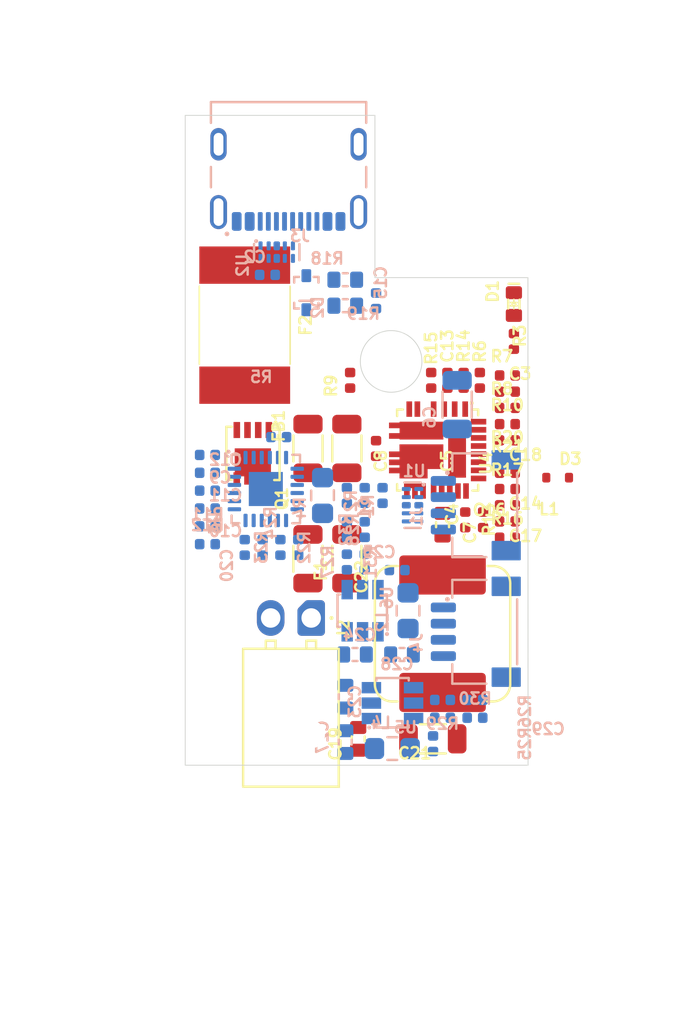
<source format=kicad_pcb>
(kicad_pcb (version 20221018) (generator pcbnew)
  (title_block (title "USB-C-power-adapter") (date "25.03.2024") (rev "1.0.0") (company "Antmicro"))
  (layers (0 "F.Cu" signal) (31 "B.Cu" signal) (34 "B.Paste" user) (35 "F.Paste" user) (36 "B.SilkS" user "B.Silkscreen") (37 "F.SilkS" user "F.Silkscreen") (38 "B.Mask" user) (39 "F.Mask" user) (44 "Edge.Cuts" user))
  (net 0 "")
  (net 1 "+3V3")
  (net 2 "GND")
  (net 3 "VCC")
  (net 4 "/VDD_12V_DCDC")
  (net 5 "/VDRV_12V_DCDC")
  (net 6 "/12V_SS")
  (net 7 "Net-(U4-V_{CIN})")
  (net 8 "/12V_SNS")
  (net 9 "Net-(C13-Pad1)")
  (net 10 "12V0")
  (net 11 "+12V")
  (net 12 "Net-(U3-VREG_2V7)")
  (net 13 "Net-(U3-VREG_1V2)")
  (net 14 "VBUS")
  (net 15 "Net-(U3-VSYS)")
  (net 16 "Net-(U4-BOOT)")
  (net 17 "/USB.CC1")
  (net 18 "/USB.CC2")
  (net 19 "/I2C.SDA")
  (net 20 "/I2C.SCL")
  (net 21 "Net-(Q1-G)")
  (net 22 "/12V_MODE")
  (net 23 "/12V_ILIM")
  (net 24 "/12V_FSW")
  (net 25 "PWR_GOOD")
  (net 26 "Net-(L1-Pad1)")
  (net 27 "Net-(U3-DISCH)")
  (net 28 "Net-(U3-RESET)")
  (net 29 "/VBUS_EN")
  (net 30 "/VBUS_DISCH")
  (net 31 "Net-(U1-Pad3)")
  (net 40 "Net-(U4-V_{SNS})")
  (net 41 "Net-(C15-Pad2)")
  (net 42 "Net-(C16-Pad1)")
  (net 43 "Net-(C20-Pad1)")
  (net 44 "Net-(U6-BST)")
  (net 45 "Net-(U6-SW)")
  (net 46 "5V0")
  (net 47 "3V3")
  (net 48 "Net-(U5-SW)")
  (net 49 "Net-(U5-BST)")
  (net 50 "Net-(D1-Pad1)")
  (net 51 "Net-(F1-Pad2)")
  (net 52 "Net-(F2-Pad1)")
  (net 53 "/Connectors/I2C.SDA")
  (net 54 "/Connectors/I2C.SCL")
  (net 55 "/Connectors/USB.CC1")
  (net 59 "/Connectors/USB.CC2")
  (net 63 "Net-(U4-EN)")
  (net 64 "Net-(R15-Pad2)")
  (net 65 "Net-(U4-COMP)")
  (net 66 "Net-(U4-V_{FB})")
  (net 67 "Net-(U5-FB)")
  (net 68 "Net-(U6-FB)")
  (net 69 "Net-(U5-EN)")
  (net 70 "Net-(U6-EN)")
  (footprint "antmicro-footprints:R_0402_1005Metric" (layer "F.Cu") (at 101.4 77.1)
    (fp_text reference "R7" (at -1.122484 -0.772697) (layer "F.SilkS") (effects (font (size 0.7 0.7)) (justify left bottom)))
    (fp_text value "R_0R_0402")
    (pad "1" smd roundrect (at -0.48 0) (size 0.59 0.64) (layers "F.Cu" "F.Paste" "F.Mask") (net 4 "/VDD_12V_DCDC"))
    (pad "2" smd roundrect (at 0.48 0) (size 0.59 0.64) (layers "F.Cu" "F.Paste" "F.Mask") (net 23 "/12V_ILIM"))
  )
  (footprint "antmicro-footprints:2920-fuse" (layer "F.Cu") (at 85.2 74 -90)
    (fp_text reference "F2" (at 0 -3.75 90) (layer "F.SilkS") (effects (font (size 0.7 0.7))))
    (fp_text value "F_5A_2920")
    (pad "1" smd rect (at -3.7 0 270) (size 2.3 5.6) (layers "F.Cu" "F.Paste" "F.Mask") (net 52 "Net-(F2-Pad1)"))
    (pad "2" smd rect (at 3.7 0 270) (size 2.3 5.6) (layers "F.Cu" "F.Paste" "F.Mask") (net 14 "VBUS"))
  )
  (footprint "antmicro-footprints:C_1206_3216Metric" (layer "F.Cu") (at 91.5 88.4 -90)
    (fp_text reference "C22" (at 0 -1.299 90) (layer "F.SilkS") (effects (font (size 0.7 0.7)) (justify right bottom)))
    (fp_text value "C_47u_16V_1206")
    (pad "1" smd roundrect (at -1.5 0.001 270) (size 1.15 1.8) (layers "F.Cu" "F.Paste" "F.Mask") (net 2 "GND"))
    (pad "2" smd roundrect (at 1.5 0.001 270) (size 1.15 1.8) (layers "F.Cu" "F.Paste" "F.Mask") (net 10 "12V0"))
  )
  (footprint "antmicro-footprints:R_0402_1005Metric" (layer "F.Cu") (at 96.7 77.4 -90)
    (fp_text reference "R15" (at -3.1 -0.4 90) (layer "F.SilkS") (effects (font (size 0.7 0.7)) (justify right bottom)))
    (fp_text value "R_3R3_0402")
    (pad "1" smd roundrect (at -0.48 0 270) (size 0.59 0.64) (layers "F.Cu" "F.Paste" "F.Mask") (net 9 "Net-(C13-Pad1)"))
    (pad "2" smd roundrect (at 0.48 0 270) (size 0.59 0.64) (layers "F.Cu" "F.Paste" "F.Mask") (net 64 "Net-(R15-Pad2)"))
  )
  (footprint "antmicro-footprints:C_1206_3216Metric" (layer "F.Cu") (at 96.8 99.5 180)
    (fp_text reference "C21" (at 0 -1.299) (layer "F.SilkS") (effects (font (size 0.7 0.7)) (justify right bottom)))
    (fp_text value "C_47u_16V_1206")
    (pad "1" smd roundrect (at -1.5 0.001 180) (size 1.15 1.8) (layers "F.Cu" "F.Paste" "F.Mask") (net 2 "GND"))
    (pad "2" smd roundrect (at 1.5 0.001 180) (size 1.15 1.8) (layers "F.Cu" "F.Paste" "F.Mask") (net 10 "12V0"))
  )
  (footprint "antmicro-footprints:C_1206_3216Metric" (layer "F.Cu") (at 91.5 81.6 -90)
    (fp_text reference "C5" (at 0 -6.596 90) (layer "F.SilkS") (effects (font (size 0.7 0.7)) (justify right bottom)))
    (fp_text value "C_10u_1206_50V")
    (pad "1" smd roundrect (at -1.5 0.001 270) (size 1.15 1.8) (layers "F.Cu" "F.Paste" "F.Mask") (net 7 "Net-(U4-V_{CIN})"))
    (pad "2" smd roundrect (at 1.5 0.001 270) (size 1.15 1.8) (layers "F.Cu" "F.Paste" "F.Mask") (net 2 "GND"))
  )
  (footprint "antmicro-footprints:C_0402_1005Metric" (layer "F.Cu") (at 97.7 77.4 -90)
    (fp_text reference "C13" (at -1 -0.4 -90) (layer "F.SilkS") (effects (font (size 0.7 0.7)) (justify left bottom)))
    (fp_text value "C_100n_0402")
    (pad "1" smd roundrect (at -0.48 0 270) (size 0.59 0.64) (layers "F.Cu" "F.Paste" "F.Mask") (net 9 "Net-(C13-Pad1)"))
    (pad "2" smd roundrect (at 0.48 0 270) (size 0.59 0.64) (layers "F.Cu" "F.Paste" "F.Mask") (net 16 "Net-(U4-BOOT)"))
  )
  (footprint "antmicro-footprints:R_0402_1005Metric" (layer "F.Cu") (at 99.9 86 -90)
    (fp_text reference "R13" (at -1.122484 -0.772697 90) (layer "F.SilkS") (effects (font (size 0.7 0.7)) (justify right bottom)))
    (fp_text value "R_0R_0402")
    (pad "1" smd roundrect (at -0.48 0 270) (size 0.59 0.64) (layers "F.Cu" "F.Paste" "F.Mask") (net 40 "Net-(U4-V_{SNS})"))
    (pad "2" smd roundrect (at 0.48 0 270) (size 0.59 0.64) (layers "F.Cu" "F.Paste" "F.Mask") (net 10 "12V0"))
  )
  (footprint "antmicro-footprints:C_0402_1005Metric" (layer "F.Cu") (at 101.4 85.1 180)
    (fp_text reference "C16" (at 0 -0.699) (layer "F.SilkS") (effects (font (size 0.7 0.7)) (justify right bottom)))
    (fp_text value "C_270p_25V_0402")
    (pad "1" smd roundrect (at -0.48 0 180) (size 0.59 0.64) (layers "F.Cu" "F.Paste" "F.Mask") (net 42 "Net-(C16-Pad1)"))
    (pad "2" smd roundrect (at 0.48 0 180) (size 0.59 0.64) (layers "F.Cu" "F.Paste" "F.Mask") (net 2 "GND"))
  )
  (footprint "antmicro-footprints:LED_0603_1608Metric_G" (layer "F.Cu") (at 101.8 72.7 90)
    (fp_text reference "D1" (at -0.001 -0.901 90) (layer "F.SilkS") (effects (font (size 0.7 0.7)) (justify left bottom)))
    (fp_text value "LED_G_0603_LG_L29K-G2J1-24-Z")
    (pad "1" smd roundrect (at -0.7 0 90) (size 0.8 1) (layers "F.Cu" "F.Paste" "F.Mask") (roundrect_rratio 0.2) (net 50 "Net-(D1-Pad1)"))
    (pad "2" smd roundrect (at 0.7 0 90) (size 0.8 1) (layers "F.Cu" "F.Paste" "F.Mask") (roundrect_rratio 0.2) (net 2 "GND"))
  )
  (footprint "antmicro-footprints:C_0402_1005Metric" (layer "F.Cu") (at 98.8 86 -90)
    (fp_text reference "C7" (at 0 -0.699 90) (layer "F.SilkS") (effects (font (size 0.7 0.7)) (justify right bottom)))
    (fp_text value "C_33n_0402")
    (pad "1" smd roundrect (at -0.48 0 270) (size 0.59 0.64) (layers "F.Cu" "F.Paste" "F.Mask") (net 6 "/12V_SS"))
    (pad "2" smd roundrect (at 0.48 0 270) (size 0.59 0.64) (layers "F.Cu" "F.Paste" "F.Mask") (net 2 "GND"))
  )
  (footprint "antmicro-footprints:Vishay_PowerPAK_1212-8_Single" (layer "F.Cu") (at 85.7 81.9 -90)
    (fp_text reference "Q1" (at 2 -2.2 90) (layer "F.SilkS") (effects (font (size 0.7 0.7)) (justify right bottom)))
    (fp_text value "SQS401EN-T1_BE3")
    (pad "1" smd rect (at -1.436 -0.99 270) (size 0.99 0.405) (layers "F.Cu" "F.Paste" "F.Mask") (net 14 "VBUS"))
    (pad "2" smd rect (at -1.436 -0.332 270) (size 0.99 0.405) (layers "F.Cu" "F.Paste" "F.Mask") (net 14 "VBUS"))
    (pad "3" smd rect (at -1.436 0.33 270) (size 0.99 0.405) (layers "F.Cu" "F.Paste" "F.Mask") (net 14 "VBUS"))
    (pad "4" smd rect (at -1.436 0.988 270) (size 0.99 0.405) (layers "F.Cu" "F.Paste" "F.Mask") (net 21 "Net-(Q1-G)"))
    (pad "5" smd custom (at 0.557 0 270) (size 1.725 2.235) (layers "F.Cu" "F.Paste" "F.Mask") (net 3 "VCC") (options (clearance outline) (anchor rect)) (primitives (gr_poly (pts (xy 0.8625 0.1275) (xy 0.8625 -0.1275) (xy 1.3725 -0.1275) (xy 1.3725 -0.5325) (xy 0.8625 -0.5325) (xy 0.8625 -0.7875) (xy 1.3725 -0.7875) (xy 1.3725 -1.195) (xy 0.6125 -1.195) (xy 0.6125 1.195) (xy 1.3725 1.195) (xy 1.3725 0.7875) (xy 0.8625 0.7875) (xy 0.8625 0.5325) (xy 1.3725 0.5325) (xy 1.3725 0.1275)) (width 0) (fill yes))))
  )
  (footprint "antmicro-footprints:R_0402_1005Metric" (layer "F.Cu") (at 101.4 80.1)
    (fp_text reference "R10" (at -1.122484 -0.772697) (layer "F.SilkS") (effects (font (size 0.7 0.7)) (justify left bottom)))
    (fp_text value "R_26k7_0402")
    (pad "1" smd roundrect (at -0.48 0) (size 0.59 0.64) (layers "F.Cu" "F.Paste" "F.Mask") (net 24 "/12V_FSW"))
    (pad "2" smd roundrect (at 0.48 0) (size 0.59 0.64) (layers "F.Cu" "F.Paste" "F.Mask") (net 2 "GND"))
  )
  (footprint "antmicro-footprints:C_0402_1005Metric" (layer "F.Cu") (at 93.3 81.6 -90)
    (fp_text reference "C8" (at 0 -0.699 90) (layer "F.SilkS") (effects (font (size 0.7 0.7)) (justify right bottom)))
    (fp_text value "C_100n_50V_0402")
    (pad "1" smd roundrect (at -0.48 0 270) (size 0.59 0.64) (layers "F.Cu" "F.Paste" "F.Mask") (net 7 "Net-(U4-V_{CIN})"))
    (pad "2" smd roundrect (at 0.48 0 270) (size 0.59 0.64) (layers "F.Cu" "F.Paste" "F.Mask") (net 2 "GND"))
  )
  (footprint "antmicro-footprints:R_0402_1005Metric" (layer "F.Cu") (at 99.7 77.4 90)
    (fp_text reference "R6" (at 1 0.4 90) (layer "F.SilkS") (effects (font (size 0.7 0.7)) (justify left bottom)))
    (fp_text value "R_2k_0402")
    (pad "1" smd roundrect (at -0.48 0 90) (size 0.59 0.64) (layers "F.Cu" "F.Paste" "F.Mask") (net 22 "/12V_MODE"))
    (pad "2" smd roundrect (at 0.48 0 90) (size 0.59 0.64) (layers "F.Cu" "F.Paste" "F.Mask") (net 2 "GND"))
  )
  (footprint "antmicro-footprints:F_1206_3216Metric" (layer "F.Cu") (at 89.1 88.4 -90)
    (fp_text reference "F1" (at 0 -1.2 90) (layer "F.SilkS") (effects (font (size 0.7 0.7)) (justify right bottom)))
    (fp_text value "F_7A_1206")
    (pad "1" smd roundrect (at -1.5 0.001 270) (size 1.15 1.8) (layers "F.Cu" "F.Paste" "F.Mask") (net 11 "+12V"))
    (pad "2" smd roundrect (at 1.5 0.001 270) (size 1.15 1.8) (layers "F.Cu" "F.Paste" "F.Mask") (net 51 "Net-(F1-Pad2)"))
  )
  (footprint "antmicro-footprints:R_0402_1005Metric" (layer "F.Cu") (at 98.7 77.4 90)
    (fp_text reference "R14" (at 1 0.4 90) (layer "F.SilkS") (effects (font (size 0.7 0.7)) (justify left bottom)))
    (fp_text value "R_100k_0402")
    (pad "1" smd roundrect (at -0.48 0 90) (size 0.59 0.64) (layers "F.Cu" "F.Paste" "F.Mask") (net 25 "PWR_GOOD"))
    (pad "2" smd roundrect (at 0.48 0 90) (size 0.59 0.64) (layers "F.Cu" "F.Paste" "F.Mask") (net 4 "/VDD_12V_DCDC"))
  )
  (footprint "antmicro-footprints:FB_1206_3216Metric" (layer "F.Cu") (at 89.1 81.6 90)
    (fp_text reference "FB1" (at 0.3 -1.4 90) (layer "F.SilkS") (effects (font (size 0.7 0.7)) (justify left bottom)))
    (fp_text value "FB_10Z_10A_WE-MPSB_1206")
    (pad "1" smd roundrect (at -1.5 0.001 90) (size 1.15 1.8) (layers "F.Cu" "F.Paste" "F.Mask") (net 3 "VCC"))
    (pad "2" smd roundrect (at 1.5 0.001 90) (size 1.15 1.8) (layers "F.Cu" "F.Paste" "F.Mask") (net 7 "Net-(U4-V_{CIN})"))
  )
  (footprint "antmicro-footprints:C_0402_1005Metric" (layer "F.Cu") (at 101.4 86.1)
    (fp_text reference "C14" (at 0 -0.699) (layer "F.SilkS") (effects (font (size 0.7 0.7)) (justify left bottom)))
    (fp_text value "C_1n2_50V_0402")
    (pad "1" smd roundrect (at -0.48 0) (size 0.59 0.64) (layers "F.Cu" "F.Paste" "F.Mask") (net 40 "Net-(U4-V_{SNS})"))
    (pad "2" smd roundrect (at 0.48 0) (size 0.59 0.64) (layers "F.Cu" "F.Paste" "F.Mask") (net 8 "/12V_SNS"))
  )
  (footprint "antmicro-footprints:C_0402_1005Metric" (layer "F.Cu") (at 101.4 83.1)
    (fp_text reference "C18" (at 0 -0.699) (layer "F.SilkS") (effects (font (size 0.7 0.7)) (justify left bottom)))
    (fp_text value "C_100n_0402")
    (pad "1" smd roundrect (at -0.48 0) (size 0.59 0.64) (layers "F.Cu" "F.Paste" "F.Mask") (net 10 "12V0"))
    (pad "2" smd roundrect (at 0.48 0) (size 0.59 0.64) (layers "F.Cu" "F.Paste" "F.Mask") (net 2 "GND"))
  )
  (footprint "antmicro-footprints:SOD-523_NP" (layer "F.Cu") (at 104.5 83.4)
    (fp_text reference "D3" (at 0 -0.75) (layer "F.SilkS") (effects (font (size 0.7 0.7)) (justify left bottom)))
    (fp_text value "ESD5B5_0ST1G")
    (pad "1" smd roundrect (at -0.701 0) (size 0.5 0.6) (layers "F.Cu" "F.Paste" "F.Mask") (net 2 "GND"))
    (pad "2" smd roundrect (at 0.699 0) (size 0.5 0.6) (layers "F.Cu" "F.Paste" "F.Mask") (net 10 "12V0"))
  )
  (footprint "antmicro-footprints:R_0402_1005Metric" (layer "F.Cu") (at 91.7 77.4 90)
    (fp_text reference "R9" (at -1.122484 -0.772697 90) (layer "F.SilkS") (effects (font (size 0.7 0.7)) (justify left bottom)))
    (fp_text value "R_100k_0402")
    (pad "1" smd roundrect (at -0.48 0 90) (size 0.59 0.64) (layers "F.Cu" "F.Paste" "F.Mask") (net 63 "Net-(U4-EN)"))
    (pad "2" smd roundrect (at 0.48 0 90) (size 0.59 0.64) (layers "F.Cu" "F.Paste" "F.Mask") (net 7 "Net-(U4-V_{CIN})"))
  )
  (footprint "antmicro-footprints:R_0402_1005Metric" (layer "F.Cu") (at 101.8 75 -90)
    (fp_text reference "R3" (at -1.122484 -0.772697 90) (layer "F.SilkS") (effects (font (size 0.7 0.7)) (justify right bottom)))
    (fp_text value "R_2k2_0402")
    (pad "1" smd roundrect (at -0.48 0 270) (size 0.59 0.64) (layers "F.Cu" "F.Paste" "F.Mask") (net 50 "Net-(D1-Pad1)"))
    (pad "2" smd roundrect (at 0.48 0 270) (size 0.59 0.64) (layers "F.Cu" "F.Paste" "F.Mask") (net 11 "+12V"))
  )
  (footprint "antmicro-footprints:C_0402_1005Metric" (layer "F.Cu") (at 101.4 88.1)
    (fp_text reference "C17" (at 0 -0.699) (layer "F.SilkS") (effects (font (size 0.7 0.7)) (justify left bottom)))
    (fp_text value "C_1n2_50V_0402")
    (pad "1" smd roundrect (at -0.48 0) (size 0.59 0.64) (layers "F.Cu" "F.Paste" "F.Mask") (net 8 "/12V_SNS"))
    (pad "2" smd roundrect (at 0.48 0) (size 0.59 0.64) (layers "F.Cu" "F.Paste" "F.Mask") (net 10 "12V0"))
  )
  (footprint "antmicro-footprints:SIC47XED-T1-GE3" (layer "F.Cu") (at 97.097 81.7 -90)
    (fp_text reference "U4" (at 0 -3.4 90) (layer "F.SilkS") (effects (font (size 0.7 0.7)) (justify right bottom)))
    (fp_text value "SIC477ED-T1-GE3")
    (pad "1" smd rect (at -2.525 -1.7 270) (size 0.95 0.35) (layers "F.Cu" "F.Paste" "F.Mask") (net 7 "Net-(U4-V_{CIN})"))
    (pad "2" smd rect (at -2.525 -1.051 270) (size 0.95 0.35) (layers "F.Cu" "F.Paste" "F.Mask") (net 25 "PWR_GOOD"))
    (pad "3" smd rect (at -2.525 -0.403 270) (size 0.95 0.35) (layers "F.Cu" "F.Paste" "F.Mask") (net 63 "Net-(U4-EN)"))
    (pad "4" smd rect (at -2.525 0.247 270) (size 0.95 0.35) (layers "F.Cu" "F.Paste" "F.Mask") (net 16 "Net-(U4-BOOT)"))
    (pad "5" smd rect (at -2.525 1.249 270) (size 0.95 0.35) (layers "F.Cu" "F.Paste" "F.Mask") (net 64 "Net-(R15-Pad2)"))
    (pad "6" smd rect (at -2.525 1.749 270) (size 0.95 0.35) (layers "F.Cu" "F.Paste" "F.Mask") (net 64 "Net-(R15-Pad2)"))
    (pad "7" smd rect (at -1.52 2.523 270) (size 0.35 0.95) (layers "F.Cu" "F.Paste" "F.Mask") (net 7 "Net-(U4-V_{CIN})"))
    (pad "7" smd rect (at -1.2 0.997 270) (size 1.1 2.7) (layers "F.Cu" "F.Mask") (net 7 "Net-(U4-V_{CIN})"))
    (pad "8" smd rect (at -0.87 2.523 270) (size 0.35 0.95) (layers "F.Cu" "F.Paste" "F.Mask") (net 7 "Net-(U4-V_{CIN})"))
    (pad "9" smd rect (at 0.26 2.523 270) (size 0.35 0.95) (layers "F.Cu" "F.Paste" "F.Mask") (net 2 "GND"))
    (pad "9" smd rect (at 0.409 0.997 270) (size 1.52 2.7) (layers "F.Cu" "F.Mask") (net 2 "GND"))
    (pad "9" smd rect (at 0.699 1.485 270) (size 2.1 1.73) (layers "F.Cu" "F.Mask") (net 2 "GND"))
    (pad "10" smd rect (at 0.757 2.523 270) (size 0.35 0.95) (layers "F.Cu" "F.Paste" "F.Mask") (net 2 "GND"))
    (pad "11" smd rect (at 1.259 2.523 270) (size 0.35 0.95) (layers "F.Cu" "F.Paste" "F.Mask") (net 2 "GND"))
    (pad "12" smd rect (at 2.523 1.898 270) (size 0.95 0.35) (layers "F.Cu" "F.Paste" "F.Mask") (net 26 "Net-(L1-Pad1)"))
    (pad "13" smd rect (at 2.523 1.398 270) (size 0.95 0.35) (layers "F.Cu" "F.Paste" "F.Mask") (net 26 "Net-(L1-Pad1)"))
    (pad "14" smd rect (at 2.2 1.398 270) (size 0.3 1.35) (layers "F.Cu" "F.Paste" "F.Mask") (net 26 "Net-(L1-Pad1)"))
    (pad "14" smd rect (at 2.523 0.9 270) (size 0.95 0.35) (layers "F.Cu" "F.Paste" "F.Mask") (net 26 "Net-(L1-Pad1)"))
    (pad "15" smd rect (at 2.523 0.247 270) (size 0.95 0.35) (layers "F.Cu" "F.Paste" "F.Mask"))
    (pad "16" smd rect (at 2.523 -0.25 270) (size 0.95 0.35) (layers "F.Cu" "F.Paste" "F.Mask") (net 5 "/VDRV_12V_DCDC"))
    (pad "17" smd rect (at 2.523 -0.75 270) (size 0.95 0.35) (layers "F.Cu" "F.Paste" "F.Mask") (net 2 "GND"))
    (pad "18" smd rect (at 2.523 -1.25 270) (size 0.95 0.35) (layers "F.Cu" "F.Paste" "F.Mask"))
    (pad "19" smd rect (at 2.523 -1.75 270) (size 0.95 0.35) (layers "F.Cu" "F.Paste" "F.Mask") (net 6 "/12V_SS"))
    (pad "20" smd rect (at 1.749 -2.525 270) (size 0.35 0.95) (layers "F.Cu" "F.Paste" "F.Mask") (net 40 "Net-(U4-V_{SNS})"))
    (pad "21" smd rect (at 1.249 -2.525 270) (size 0.35 0.95) (layers "F.Cu" "F.Paste" "F.Mask") (net 65 "Net-(U4-COMP)"))
    (pad "22" smd rect (at 0.747 -2.525 270) (size 0.35 0.95) (layers "F.Cu" "F.Paste" "F.Mask") (net 66 "Net-(U4-V_{FB})"))
    (pad "23" smd rect (at 0.247 -2.525 270) (size 0.35 0.95) (layers "F.Cu" "F.Paste" "F.Mask") (net 2 "GND"))
    (pad "24" smd rect (at -0.25 -2.525 270) (size 0.35 0.95) (layers "F.Cu" "F.Paste" "F.Mask") (net 24 "/12V_FSW"))
    (pad "25" smd rect (at -0.75 -2.525 270) (size 0.35 0.95) (layers "F.Cu" "F.Paste" "F.Mask") (net 23 "/12V_ILIM"))
    (pad "26" smd rect (at -1.25 -2.525 270) (size 0.35 0.95) (layers "F.Cu" "F.Paste" "F.Mask") (net 4 "/VDD_12V_DCDC"))
    (pad "27" smd rect (at -1.75 -2.525 270) (size 0.35 0.95) (layers "F.Cu" "F.Paste" "F.Mask") (net 22 "/12V_MODE"))
    (pad "28" smd rect (at 0 -1.2 270) (size 3.4 1.1) (layers "F.Cu" "F.Mask") (net 2 "GND"))
  )
  (footprint "antmicro-footprints:L_Vishay-IHLP3232DZ" (layer "F.Cu") (at 97.4 93.0195 -90)
    (fp_text reference "L1" (at -7.268 -7.299) (layer "F.SilkS") (effects (font (size 0.7 0.7)) (justify right bottom)))
    (fp_text value "L_3u3_9.2A_Vishay-IHLP-3232DZ-01")
    (pad "1" smd roundrect (at -3.6195 0 270) (size 2.413 5.334) (layers "F.Cu" "F.Paste" "F.Mask") (roundrect_rratio 0.1) (net 26 "Net-(L1-Pad1)"))
    (pad "2" smd roundrect (at 3.6195 0 270) (size 2.413 5.334) (layers "F.Cu" "F.Paste" "F.Mask") (roundrect_rratio 0.1) (net 10 "12V0"))
  )
  (footprint "antmicro-footprints:C_0402_1005Metric" (layer "F.Cu") (at 101.4 78.1)
    (fp_text reference "C3" (at 0 -0.699) (layer "F.SilkS") (effects (font (size 0.7 0.7)) (justify left bottom)))
    (fp_text value "C_1u_0402")
    (pad "1" smd roundrect (at -0.48 0) (size 0.59 0.64) (layers "F.Cu" "F.Paste" "F.Mask") (net 4 "/VDD_12V_DCDC"))
    (pad "2" smd roundrect (at 0.48 0) (size 0.59 0.64) (layers "F.Cu" "F.Paste" "F.Mask") (net 2 "GND"))
  )
  (footprint "antmicro-footprints:R_0402_1005Metric" (layer "F.Cu") (at 101.4 84.1)
    (fp_text reference "R17" (at -1.122484 -0.772697) (layer "F.SilkS") (effects (font (size 0.7 0.7)) (justify left bottom)))
    (fp_text value "R_316k_0402")
    (pad "1" smd roundrect (at -0.48 0) (size 0.59 0.64) (layers "F.Cu" "F.Paste" "F.Mask") (net 65 "Net-(U4-COMP)"))
    (pad "2" smd roundrect (at 0.48 0) (size 0.59 0.64) (layers "F.Cu" "F.Paste" "F.Mask") (net 42 "Net-(C16-Pad1)"))
  )
  (footprint "antmicro-footprints:R_0402_1005Metric" (layer "F.Cu") (at 101.4 82.1)
    (fp_text reference "R20" (at -1.122484 -0.772697) (layer "F.SilkS") (effects (font (size 0.7 0.7)) (justify left bottom)))
    (fp_text value "R_140k_0.1%_0402")
    (pad "1" smd roundrect (at -0.48 0) (size 0.59 0.64) (layers "F.Cu" "F.Paste" "F.Mask") (net 66 "Net-(U4-V_{FB})"))
    (pad "2" smd roundrect (at 0.48 0) (size 0.59 0.64) (layers "F.Cu" "F.Paste" "F.Mask") (net 10 "12V0"))
  )
  (footprint "antmicro-footprints:R_0402_1005Metric" (layer "F.Cu") (at 101.4 79.1)
    (fp_text reference "R8" (at -1.122484 -0.772697) (layer "F.SilkS") (effects (font (size 0.7 0.7)) (justify left bottom)))
    (fp_text value "R_60k4_0402")
    (pad "1" smd roundrect (at -0.48 0) (size 0.59 0.64) (layers "F.Cu" "F.Paste" "F.Mask") (net 23 "/12V_ILIM"))
    (pad "2" smd roundrect (at 0.48 0) (size 0.59 0.64) (layers "F.Cu" "F.Paste" "F.Mask") (net 2 "GND"))
  )
  (footprint "antmicro-footprints:Conn_Molex_Nano-Fit_1x2_105313-2202_Horizontal" (layer "F.Cu") (at 89.299 92.05 -90)
    (fp_text reference "J2" (at 0 -2.4 90) (layer "F.SilkS") (effects (font (size 0.7 0.7)) (justify right bottom)))
    (fp_text value "Molex_Nano-Fit_1x2_105313-2202_Horizontal")
    (pad "" np_thru_hole circle (at 7.179 0 270) (size 1.7 1.7) (drill 1.7) (layers "*.Cu" "*.Mask"))
    (pad "" np_thru_hole circle (at 7.179 2.499 270) (size 1.7 1.7) (drill 1.7) (layers "*.Cu" "*.Mask"))
    (pad "1" thru_hole custom (at 0 0 270) (size 1.417157 1.417157) (drill 1.2) (layers "*.Cu" "*.Mask") (net 51 "Net-(F1-Pad2)") (options (clearance outline) (anchor circle)) (primitives (gr_poly (pts (xy -0.85 -0.6) (xy 0.85 -0.6) (xy 0.85 0.6) (xy -0.45 0.6) (xy -0.85 0.2)) (width 0.5) (fill yes))))
    (pad "2" thru_hole oval (at 0 2.499 270) (size 2.2 1.7) (drill 1.2) (layers "*.Cu" "*.Mask") (net 2 "GND"))
  )
  (footprint "antmicro-footprints:R_0402_1005Metric" (layer "F.Cu") (at 101.4 87.1)
    (fp_text reference "R16" (at -1.122484 -0.772697) (layer "F.SilkS") (effects (font (size 0.7 0.7)) (justify left bottom)))
    (fp_text value "R_8k66_0402")
    (pad "1" smd roundrect (at -0.48 0) (size 0.59 0.64) (layers "F.Cu" "F.Paste" "F.Mask") (net 26 "Net-(L1-Pad1)"))
    (pad "2" smd roundrect (at 0.48 0) (size 0.59 0.64) (layers "F.Cu" "F.Paste" "F.Mask") (net 8 "/12V_SNS"))
  )
  (footprint "antmicro-footprints:R_0402_1005Metric" (layer "F.Cu") (at 101.4 81.1 180)
    (fp_text reference "R21" (at -1.122484 -0.772697) (layer "F.SilkS") (effects (font (size 0.7 0.7)) (justify right bottom)))
    (fp_text value "R_10k_0.1%_0402")
    (pad "1" smd roundrect (at -0.48 0 180) (size 0.59 0.64) (layers "F.Cu" "F.Paste" "F.Mask") (net 2 "GND"))
    (pad "2" smd roundrect (at 0.48 0 180) (size 0.59 0.64) (layers "F.Cu" "F.Paste" "F.Mask") (net 66 "Net-(U4-V_{FB})"))
  )
  (footprint "antmicro-footprints:C_0603_1608Metric" (layer "F.Cu") (at 92.2 99.5 90)
    (fp_text reference "C19" (at -1.42757 -1.000252 90) (layer "F.SilkS") (effects (font (size 0.7 0.7)) (justify left bottom)))
    (fp_text value "C_10u_25V_0603")
    (pad "1" smd roundrect (at -0.7 0 90) (size 0.8 1) (layers "F.Cu" "F.Paste" "F.Mask") (roundrect_rratio 0.2) (net 2 "GND"))
    (pad "2" smd roundrect (at 0.7 0 90) (size 0.8 1) (layers "F.Cu" "F.Paste" "F.Mask") (roundrect_rratio 0.2) (net 10 "12V0"))
  )
  (footprint "antmicro-footprints:C_0603_1608Metric" (layer "F.Cu") (at 97.4 86.3 -90)
    (fp_text reference "C4" (at -1.42757 -1.000252 90) (layer "F.SilkS") (effects (font (size 0.7 0.7)) (justify right bottom)))
    (fp_text value "C_4u7_0603")
    (pad "1" smd roundrect (at -0.7 0 270) (size 0.8 1) (layers "F.Cu" "F.Paste" "F.Mask") (roundrect_rratio 0.2) (net 5 "/VDRV_12V_DCDC"))
    (pad "2" smd roundrect (at 0.7 0 270) (size 0.8 1) (layers "F.Cu" "F.Paste" "F.Mask") (roundrect_rratio 0.2) (net 2 "GND"))
  )
  (footprint "antmicro-footprints:C_0603_1608Metric" (layer "B.Cu") (at 92 94.299748 180)
    (fp_text reference "C24" (at -1.4 0.8) (layer "B.SilkS") (effects (font (size 0.7 0.7)) (justify left bottom mirror)))
    (fp_text value "C_10u_25V_0603")
    (pad "1" smd roundrect (at -0.7 0 180) (size 0.8 1) (layers "B.Cu" "B.Paste" "B.Mask") (roundrect_rratio 0.2) (net 2 "GND"))
    (pad "2" smd roundrect (at 0.7 0 180) (size 0.8 1) (layers "B.Cu" "B.Paste" "B.Mask") (roundrect_rratio 0.2) (net 10 "12V0"))
  )
  (footprint "antmicro-footprints:R_0402_1005Metric" (layer "B.Cu") (at 91.5 84.5 90)
    (fp_text reference "R2" (at -1.122484 0.65 90) (layer "B.SilkS") (effects (font (size 0.7 0.7)) (justify right bottom mirror)))
    (fp_text value "R_4k7_0402")
    (pad "1" smd roundrect (at -0.48 0 90) (size 0.59 0.64) (layers "B.Cu" "B.Paste" "B.Mask") (net 53 "/Connectors/I2C.SDA"))
    (pad "2" smd roundrect (at 0.48 0 90) (size 0.59 0.64) (layers "B.Cu" "B.Paste" "B.Mask") (net 1 "+3V3"))
  )
  (footprint "antmicro-footprints:C_0402_1005Metric" (layer "B.Cu") (at 82.9 83.1)
    (fp_text reference "C9" (at 0 0.699) (layer "B.SilkS") (effects (font (size 0.7 0.7)) (justify right bottom mirror)))
    (fp_text value "C_1u_0402")
    (pad "1" smd roundrect (at -0.48 0) (size 0.59 0.64) (layers "B.Cu" "B.Paste" "B.Mask") (net 2 "GND"))
    (pad "2" smd roundrect (at 0.48 0) (size 0.59 0.64) (layers "B.Cu" "B.Paste" "B.Mask") (net 12 "Net-(U3-VREG_2V7)"))
  )
  (footprint "antmicro-footprints:L_0805_2012Metric" (layer "B.Cu") (at 95.27243 91.6 -90)
    (fp_text reference "L2" (at 0 1.176 90) (layer "B.SilkS") (effects (font (size 0.7 0.7)) (justify left bottom mirror)))
    (fp_text value "L_3u3_0.9A_0805")
    (pad "1" smd roundrect (at -1.1 0 270) (size 1.2 1.3) (layers "B.Cu" "B.Paste" "B.Mask") (net 45 "Net-(U6-SW)"))
    (pad "2" smd roundrect (at 1.1 0 270) (size 1.2 1.3) (layers "B.Cu" "B.Paste" "B.Mask") (net 47 "3V3"))
  )
  (footprint "antmicro-footprints:R_0402_1005Metric" (layer "B.Cu") (at 91.5 86.599748 90)
    (fp_text reference "R28" (at -1.122484 0.772697 90) (layer "B.SilkS") (effects (font (size 0.7 0.7)) (justify right bottom mirror)))
    (fp_text value "R_680R_0402")
    (pad "1" smd roundrect (at -0.48 0 90) (size 0.59 0.64) (layers "B.Cu" "B.Paste" "B.Mask") (net 68 "Net-(U6-FB)"))
    (pad "2" smd roundrect (at 0.48 0 90) (size 0.59 0.64) (layers "B.Cu" "B.Paste" "B.Mask") (net 2 "GND"))
  )
  (footprint "antmicro-footprints:TSOT23-6" (layer "B.Cu") (at 94.314998 97.3)
    (fp_text reference "U5" (at 0 1.9) (layer "B.SilkS") (effects (font (size 0.7 0.7)) (justify right bottom mirror)))
    (fp_text value "AP62301WU-7")
    (pad "1" smd rect (at -1.301 0.947 90) (size 0.7 1.2) (layers "B.Cu" "B.Paste" "B.Mask") (net 2 "GND"))
    (pad "2" smd rect (at -1.301 -0.004 90) (size 0.7 1.2) (layers "B.Cu" "B.Paste" "B.Mask") (net 48 "Net-(U5-SW)"))
    (pad "3" smd rect (at -1.301 -0.954 90) (size 0.7 1.2) (layers "B.Cu" "B.Paste" "B.Mask") (net 10 "12V0"))
    (pad "4" smd rect (at 1.299 -0.954 90) (size 0.7 1.2) (layers "B.Cu" "B.Paste" "B.Mask") (net 67 "Net-(U5-FB)"))
    (pad "5" smd rect (at 1.299 -0.004 90) (size 0.7 1.2) (layers "B.Cu" "B.Paste" "B.Mask") (net 69 "Net-(U5-EN)"))
    (pad "6" smd rect (at 1.299 0.947 90) (size 0.7 1.2) (layers "B.Cu" "B.Paste" "B.Mask") (net 49 "Net-(U5-BST)"))
  )
  (footprint "antmicro-footprints:R_0402_1005Metric" (layer "B.Cu") (at 82.9 87.5 180)
    (fp_text reference "R12" (at -1.122484 0.772697) (layer "B.SilkS") (effects (font (size 0.7 0.7)) (justify left bottom mirror)))
    (fp_text value "R_0R_0402")
    (pad "1" smd roundrect (at -0.48 0 180) (size 0.59 0.64) (layers "B.Cu" "B.Paste" "B.Mask") (net 15 "Net-(U3-VSYS)"))
    (pad "2" smd roundrect (at 0.48 0 180) (size 0.59 0.64) (layers "B.Cu" "B.Paste" "B.Mask") (net 1 "+3V3"))
  )
  (footprint "antmicro-footprints:C_0402_1005Metric" (layer "B.Cu") (at 82.9 82)
    (fp_text reference "C12" (at 0 0.699) (layer "B.SilkS") (effects (font (size 0.7 0.7)) (justify right bottom mirror)))
    (fp_text value "C_1u_0402")
    (pad "1" smd roundrect (at -0.48 0) (size 0.59 0.64) (layers "B.Cu" "B.Paste" "B.Mask") (net 2 "GND"))
    (pad "2" smd roundrect (at 0.48 0) (size 0.59 0.64) (layers "B.Cu" "B.Paste" "B.Mask") (net 14 "VBUS"))
  )
  (footprint "antmicro-footprints:R_0402_1005Metric" (layer "B.Cu") (at 87.3 80.9 180)
    (fp_text reference "R5" (at 0.3 3.3) (layer "B.SilkS") (effects (font (size 0.7 0.7)) (justify left bottom mirror)))
    (fp_text value "R_10k_0402")
    (pad "1" smd roundrect (at -0.48 0 180) (size 0.59 0.64) (layers "B.Cu" "B.Paste" "B.Mask") (net 28 "Net-(U3-RESET)"))
    (pad "2" smd roundrect (at 0.48 0 180) (size 0.59 0.64) (layers "B.Cu" "B.Paste" "B.Mask") (net 2 "GND"))
  )
  (footprint "antmicro-footprints:C_1206_3216Metric" (layer "B.Cu") (at 98.3 78.9 -90)
    (fp_text reference "C6" (at 0 1.299 90) (layer "B.SilkS") (effects (font (size 0.7 0.7)) (justify left bottom mirror)))
    (fp_text value "C_10u_1206_50V")
    (pad "1" smd roundrect (at -1.5 -0.001 270) (size 1.15 1.8) (layers "B.Cu" "B.Paste" "B.Mask") (net 7 "Net-(U4-V_{CIN})"))
    (pad "2" smd roundrect (at 1.5 -0.001 270) (size 1.15 1.8) (layers "B.Cu" "B.Paste" "B.Mask") (net 2 "GND"))
  )
  (footprint "antmicro-footprints:R_0402_1005Metric" (layer "B.Cu") (at 97.4 97.1)
    (fp_text reference "R25" (at 5.487695 3.822484 90) (layer "B.SilkS") (effects (font (size 0.7 0.7)) (justify right bottom mirror)))
    (fp_text value "R_6k8_0402")
    (pad "1" smd roundrect (at -0.48 0) (size 0.59 0.64) (layers "B.Cu" "B.Paste" "B.Mask") (net 46 "5V0"))
    (pad "2" smd roundrect (at 0.48 0) (size 0.59 0.64) (layers "B.Cu" "B.Paste" "B.Mask") (net 67 "Net-(U5-FB)"))
  )
  (footprint "antmicro-footprints:Conn_JST_SH_1x4_SM04B-SRSS-TB-LF-SN" (layer "B.Cu") (at 99.9 85.1 -90)
    (fp_text reference "J1" (at 0 3.7 90) (layer "B.SilkS") (effects (font (size 0.7 0.7)) (justify left bottom mirror)))
    (fp_text value "JST_SH_1x4_SM04B-SRSS-TB-LF-SN")
    (pad "1" smd roundrect (at -1.5 2.45 90) (size 0.6 1.55) (layers "B.Cu" "B.Paste" "B.Mask") (net 2 "GND"))
    (pad "2" smd roundrect (at -0.5 2.45 90) (size 0.6 1.55) (layers "B.Cu" "B.Paste" "B.Mask") (net 1 "+3V3"))
    (pad "3" smd roundrect (at 0.498 2.45 90) (size 0.6 1.55) (layers "B.Cu" "B.Paste" "B.Mask") (net 53 "/Connectors/I2C.SDA"))
    (pad "4" smd roundrect (at 1.499 2.45 90) (size 0.6 1.55) (layers "B.Cu" "B.Paste" "B.Mask") (net 54 "/Connectors/I2C.SCL"))
    (pad "SH1" smd roundrect (at -2.801 -1.426 270) (size 1.2 1.8) (layers "B.Cu" "B.Paste" "B.Mask") (roundrect_rratio 0.05) (net 2 "GND"))
    (pad "SH2" smd roundrect (at 2.798 -1.426 270) (size 1.2 1.8) (layers "B.Cu" "B.Paste" "B.Mask") (roundrect_rratio 0.05) (net 2 "GND"))
  )
  (footprint "antmicro-footprints:R_0402_1005Metric" (layer "B.Cu") (at 88.5 87.7 90)
    (fp_text reference "R22" (at -1.122484 0.772697 90) (layer "B.SilkS") (effects (font (size 0.7 0.7)) (justify right bottom mirror)))
    (fp_text value "R_100k_0402")
    (pad "1" smd roundrect (at -0.48 0 90) (size 0.59 0.64) (layers "B.Cu" "B.Paste" "B.Mask") (net 21 "Net-(Q1-G)"))
    (pad "2" smd roundrect (at 0.48 0 90) (size 0.59 0.64) (layers "B.Cu" "B.Paste" "B.Mask") (net 14 "VBUS"))
  )
  (footprint "antmicro-footprints:USB-C_Receptacle_GCT_USB4105-GF-A" (layer "B.Cu") (at 87.904 64.105)
    (fp_text reference "J3" (at 0 4.8) (layer "B.SilkS") (effects (font (size 0.7 0.7)) (justify right bottom mirror)))
    (fp_text value "USB-C_GCT_USB4105-GF-A")
    (pad "" np_thru_hole circle (at -2.891 2.426) (size 0.65 0.65) (drill 0.65) (layers "*.Cu" "*.Mask"))
    (pad "" np_thru_hole circle (at 2.89 2.426) (size 0.65 0.65) (drill 0.65) (layers "*.Cu" "*.Mask"))
    (pad "A1" smd roundrect (at -3.202 3.5) (size 0.6 1.15) (layers "B.Cu" "B.Paste" "B.Mask") (net 2 "GND"))
    (pad "A4" smd roundrect (at -2.4 3.5) (size 0.6 1.15) (layers "B.Cu" "B.Paste" "B.Mask") (net 52 "Net-(F2-Pad1)"))
    (pad "A5" smd roundrect (at -1.25 3.5) (size 0.3 1.15) (layers "B.Cu" "B.Paste" "B.Mask") (net 55 "/Connectors/USB.CC1"))
    (pad "A6" smd roundrect (at -0.25 3.5) (size 0.3 1.15) (layers "B.Cu" "B.Paste" "B.Mask"))
    (pad "A7" smd roundrect (at 0.248 3.5) (size 0.3 1.15) (layers "B.Cu" "B.Paste" "B.Mask"))
    (pad "A8" smd roundrect (at 1.249 3.5) (size 0.3 1.15) (layers "B.Cu" "B.Paste" "B.Mask"))
    (pad "A9" smd roundrect (at 2.398 3.5) (size 0.6 1.15) (layers "B.Cu" "B.Paste" "B.Mask") (net 52 "Net-(F2-Pad1)"))
    (pad "A12" smd roundrect (at 3.2 3.5) (size 0.6 1.15) (layers "B.Cu" "B.Paste" "B.Mask") (net 2 "GND"))
    (pad "B1" smd roundrect (at 3.2 3.5) (size 0.6 1.15) (layers "B.Cu" "B.Paste" "B.Mask") (net 2 "GND"))
    (pad "B4" smd roundrect (at 2.398 3.5) (size 0.6 1.15) (layers "B.Cu" "B.Paste" "B.Mask") (net 52 "Net-(F2-Pad1)"))
    (pad "B5" smd roundrect (at 1.749 3.5) (size 0.3 1.15) (layers "B.Cu" "B.Paste" "B.Mask") (net 59 "/Connectors/USB.CC2"))
    (pad "B6" smd roundrect (at 0.748 3.5) (size 0.3 1.15) (layers "B.Cu" "B.Paste" "B.Mask"))
    (pad "B7" smd roundrect (at -0.75 3.5) (size 0.3 1.15) (layers "B.Cu" "B.Paste" "B.Mask"))
    (pad "B8" smd roundrect (at -1.75 3.5) (size 0.3 1.15) (layers "B.Cu" "B.Paste" "B.Mask"))
    (pad "B9" smd roundrect (at -2.4 3.5) (size 0.6 1.15) (layers "B.Cu" "B.Paste" "B.Mask") (net 52 "Net-(F2-Pad1)"))
    (pad "B12" smd roundrect (at -3.202 3.5) (size 0.6 1.15) (layers "B.Cu" "B.Paste" "B.Mask") (net 2 "GND"))
    (pad "SH" thru_hole oval (at -4.321 -1.255) (size 1 2) (drill oval 0.6 1.4) (layers "*.Cu" "*.Mask") (net 2 "GND"))
    (pad "SH" thru_hole oval (at -4.321 2.926) (size 1.05 2.1) (drill oval 0.6 1.7) (layers "*.Cu" "*.Mask") (net 2 "GND"))
    (pad "SH" thru_hole oval (at 4.32 -1.255) (size 1 2) (drill oval 0.6 1.4) (layers "*.Cu" "*.Mask") (net 2 "GND"))
    (pad "SH" thru_hole oval (at 4.32 2.926) (size 1.05 2.1) (drill oval 0.6 1.7) (layers "*.Cu" "*.Mask") (net 2 "GND"))
  )
  (footprint "antmicro-footprints:Conn_JST_SH_1x4_SM04B-SRSS-TB-LF-SN" (layer "B.Cu") (at 99.9 92.9 -90)
    (fp_text reference "J4" (at 0 3.7 90) (layer "B.SilkS") (effects (font (size 0.7 0.7)) (justify left bottom mirror)))
    (fp_text value "JST_SH_1x4_SM04B-SRSS-TB-LF-SN")
    (pad "1" smd roundrect (at -1.5 2.45 90) (size 0.6 1.55) (layers "B.Cu" "B.Paste" "B.Mask") (net 2 "GND"))
    (pad "2" smd roundrect (at -0.5 2.45 90) (size 0.6 1.55) (layers "B.Cu" "B.Paste" "B.Mask") (net 47 "3V3"))
    (pad "3" smd roundrect (at 0.498 2.45 90) (size 0.6 1.55) (layers "B.Cu" "B.Paste" "B.Mask") (net 2 "GND"))
    (pad "4" smd roundrect (at 1.499 2.45 90) (size 0.6 1.55) (layers "B.Cu" "B.Paste" "B.Mask") (net 46 "5V0"))
    (pad "SH1" smd roundrect (at -2.801 -1.426 270) (size 1.2 1.8) (layers "B.Cu" "B.Paste" "B.Mask") (roundrect_rratio 0.05) (net 2 "GND"))
    (pad "SH2" smd roundrect (at 2.798 -1.426 270) (size 1.2 1.8) (layers "B.Cu" "B.Paste" "B.Mask") (roundrect_rratio 0.05) (net 2 "GND"))
  )
  (footprint "antmicro-footprints:C_0402_1005Metric" (layer "B.Cu") (at 82.9 84.2)
    (fp_text reference "C11" (at 0 0.699) (layer "B.SilkS") (effects (font (size 0.7 0.7)) (justify right bottom mirror)))
    (fp_text value "C_1u_0402")
    (pad "1" smd roundrect (at -0.48 0) (size 0.59 0.64) (layers "B.Cu" "B.Paste" "B.Mask") (net 2 "GND"))
    (pad "2" smd roundrect (at 0.48 0) (size 0.59 0.64) (layers "B.Cu" "B.Paste" "B.Mask") (net 13 "Net-(U3-VREG_1V2)"))
  )
  (footprint "antmicro-footprints:R_0402_1005Metric" (layer "B.Cu") (at 82.9 85.3)
    (fp_text reference "R11" (at -1.122484 0.772697) (layer "B.SilkS") (effects (font (size 0.7 0.7)) (justify right bottom mirror)))
    (fp_text value "R_0R_0402")
    (pad "1" smd roundrect (at -0.48 0) (size 0.59 0.64) (layers "B.Cu" "B.Paste" "B.Mask") (net 2 "GND"))
    (pad "2" smd roundrect (at 0.48 0) (size 0.59 0.64) (layers "B.Cu" "B.Paste" "B.Mask") (net 15 "Net-(U3-VSYS)"))
  )
  (footprint "antmicro-footprints:R_0402_1005Metric" (layer "B.Cu") (at 99.4 98.2 180)
    (fp_text reference "R30" (at -1.122484 0.772697) (layer "B.SilkS") (effects (font (size 0.7 0.7)) (justify left bottom mirror)))
    (fp_text value "R_30R_0402")
    (pad "1" smd roundrect (at -0.48 0 180) (size 0.59 0.64) (layers "B.Cu" "B.Paste" "B.Mask") (net 2 "GND"))
    (pad "2" smd roundrect (at 0.48 0 180) (size 0.59 0.64) (layers "B.Cu" "B.Paste" "B.Mask") (net 69 "Net-(U5-EN)"))
  )
  (footprint "antmicro-footprints:C_0402_1005Metric" (layer "B.Cu") (at 86.6 70.9 180)
    (fp_text reference "C2" (at 0 0.699) (layer "B.SilkS") (effects (font (size 0.7 0.7)) (justify left bottom mirror)))
    (fp_text value "C_4u7_25V_0402")
    (pad "1" smd roundrect (at -0.48 0 180) (size 0.59 0.64) (layers "B.Cu" "B.Paste" "B.Mask") (net 2 "GND"))
    (pad "2" smd roundrect (at 0.48 0 180) (size 0.59 0.64) (layers "B.Cu" "B.Paste" "B.Mask") (net 14 "VBUS"))
  )
  (footprint "antmicro-footprints:R_0402_1005Metric" (layer "B.Cu") (at 92.6 86.599748 -90)
    (fp_text reference "R32" (at -1.122484 0.772697 90) (layer "B.SilkS") (effects (font (size 0.7 0.7)) (justify left bottom mirror)))
    (fp_text value "R_30R_0402")
    (pad "1" smd roundrect (at -0.48 0 270) (size 0.59 0.64) (layers "B.Cu" "B.Paste" "B.Mask") (net 2 "GND"))
    (pad "2" smd roundrect (at 0.48 0 270) (size 0.59 0.64) (layers "B.Cu" "B.Paste" "B.Mask") (net 70 "Net-(U6-EN)"))
  )
  (footprint "antmicro-footprints:C_0603_1608Metric" (layer "B.Cu") (at 91.4 99.7 -90)
    (fp_text reference "C27" (at -1.42757 1.000252 90) (layer "B.SilkS") (effects (font (size 0.7 0.7)) (justify left bottom mirror)))
    (fp_text value "C_10u_25V_0603")
    (pad "1" smd roundrect (at -0.7 0 270) (size 0.8 1) (layers "B.Cu" "B.Paste" "B.Mask") (roundrect_rratio 0.2) (net 2 "GND"))
    (pad "2" smd roundrect (at 0.7 0 270) (size 0.8 1) (layers "B.Cu" "B.Paste" "B.Mask") (roundrect_rratio 0.2) (net 46 "5V0"))
  )
  (footprint "antmicro-footprints:R_0603_1608Metric" (layer "B.Cu") (at 91.4 71.2 180)
    (fp_text reference "R18" (at 0 0.9) (layer "B.SilkS") (effects (font (size 0.7 0.7)) (justify left bottom mirror)))
    (fp_text value "R_470R_0603")
    (pad "1" smd roundrect (at -0.7 0 180) (size 0.8 1) (layers "B.Cu" "B.Paste" "B.Mask") (roundrect_rratio 0.2) (net 41 "Net-(C15-Pad2)"))
    (pad "2" smd roundrect (at 0.7 0 180) (size 0.8 1) (layers "B.Cu" "B.Paste" "B.Mask") (roundrect_rratio 0.2) (net 14 "VBUS"))
  )
  (footprint "antmicro-footprints:R_0402_1005Metric" (layer "B.Cu") (at 97.4 98.2)
    (fp_text reference "R29" (at -1.122484 0.772697) (layer "B.SilkS") (effects (font (size 0.7 0.7)) (justify right bottom mirror)))
    (fp_text value "R_215k_0402")
    (pad "1" smd roundrect (at -0.48 0) (size 0.59 0.64) (layers "B.Cu" "B.Paste" "B.Mask") (net 10 "12V0"))
    (pad "2" smd roundrect (at 0.48 0) (size 0.59 0.64) (layers "B.Cu" "B.Paste" "B.Mask") (net 69 "Net-(U5-EN)"))
  )
  (footprint "antmicro-footprints:C_0402_1005Metric" (layer "B.Cu") (at 94.6 89.099748 180)
    (fp_text reference "C25" (at 0 0.699) (layer "B.SilkS") (effects (font (size 0.7 0.7)) (justify left bottom mirror)))
    (fp_text value "C_100n_50V_X8L_0402")
    (pad "1" smd roundrect (at -0.48 0 180) (size 0.59 0.64) (layers "B.Cu" "B.Paste" "B.Mask") (net 45 "Net-(U6-SW)"))
    (pad "2" smd roundrect (at 0.48 0 180) (size 0.59 0.64) (layers "B.Cu" "B.Paste" "B.Mask") (net 44 "Net-(U6-BST)"))
  )
  (footprint "antmicro-footprints:USON-10_2.5x1mm_P0.5mm" (layer "B.Cu") (at 95.55 85.1 180)
    (fp_text reference "U1" (at -0.9 1.7) (layer "B.SilkS") (effects (font (size 0.7 0.7)) (justify left bottom mirror)))
    (fp_text value "TPD4E02B04DQA")
    (pad "1" smd roundrect (at -0.387 1 270) (size 0.25 0.55) (layers "B.Cu" "B.Paste" "B.Mask") (net 1 "+3V3"))
    (pad "2" smd roundrect (at -0.387 0.5 270) (size 0.25 0.55) (layers "B.Cu" "B.Paste" "B.Mask") (net 53 "/Connectors/I2C.SDA"))
    (pad "3" smd roundrect (at -0.387 0 270) (size 0.4 0.55) (layers "B.Cu" "B.Paste" "B.Mask") (net 31 "Net-(U1-Pad3)"))
    (pad "4" smd roundrect (at -0.387 -0.498 270) (size 0.25 0.55) (layers "B.Cu" "B.Paste" "B.Mask") (net 54 "/Connectors/I2C.SCL"))
    (pad "5" smd roundrect (at -0.387 -0.998 270) (size 0.25 0.55) (layers "B.Cu" "B.Paste" "B.Mask"))
    (pad "6" smd roundrect (at 0.385 -0.998 270) (size 0.25 0.55) (layers "B.Cu" "B.Paste" "B.Mask"))
    (pad "7" smd roundrect (at 0.385 -0.498 270) (size 0.25 0.55) (layers "B.Cu" "B.Paste" "B.Mask") (net 54 "/Connectors/I2C.SCL"))
    (pad "8" smd roundrect (at 0.385 0 270) (size 0.4 0.55) (layers "B.Cu" "B.Paste" "B.Mask") (net 31 "Net-(U1-Pad3)"))
    (pad "9" smd roundrect (at 0.385 0.5 270) (size 0.25 0.55) (layers "B.Cu" "B.Paste" "B.Mask") (net 53 "/Connectors/I2C.SDA"))
    (pad "10" smd roundrect (at 0.385 1 270) (size 0.25 0.55) (layers "B.Cu" "B.Paste" "B.Mask") (net 1 "+3V3"))
  )
  (footprint "antmicro-footprints:D_SOD-323F" (layer "B.Cu") (at 89 72 90)
    (fp_text reference "D2" (at -1.7 1.099 90) (layer "B.SilkS") (effects (font (size 0.7 0.7)) (justify right bottom mirror)))
    (fp_text value "PMEG6002EJ,115")
    (pad "A" smd roundrect (at 1.05 -0.001 90) (size 0.8 0.6) (layers "B.Cu" "B.Paste" "B.Mask") (roundrect_rratio 0.15) (net 14 "VBUS"))
    (pad "K" smd roundrect (at -1.051 -0.001 90) (size 0.8 0.6) (layers "B.Cu" "B.Paste" "B.Mask") (roundrect_rratio 0.15) (net 41 "Net-(C15-Pad2)"))
  )
  (footprint "antmicro-footprints:C_0603_1608Metric" (layer "B.Cu") (at 91.4 96.9 90)
    (fp_text reference "C23" (at -1.42757 1.000252 90) (layer "B.SilkS") (effects (font (size 0.7 0.7)) (justify right bottom mirror)))
    (fp_text value "C_10u_25V_0603")
    (pad "1" smd roundrect (at -0.7 0 90) (size 0.8 1) (layers "B.Cu" "B.Paste" "B.Mask") (roundrect_rratio 0.2) (net 2 "GND"))
    (pad "2" smd roundrect (at 0.7 0 90) (size 0.8 1) (layers "B.Cu" "B.Paste" "B.Mask") (roundrect_rratio 0.2) (net 10 "12V0"))
  )
  (footprint "antmicro-footprints:R_0402_1005Metric" (layer "B.Cu") (at 92.6 88.599748 90)
    (fp_text reference "R31" (at -1.122484 0.772697 90) (layer "B.SilkS") (effects (font (size 0.7 0.7)) (justify right bottom mirror)))
    (fp_text value "R_215k_0402")
    (pad "1" smd roundrect (at -0.48 0 90) (size 0.59 0.64) (layers "B.Cu" "B.Paste" "B.Mask") (net 10 "12V0"))
    (pad "2" smd roundrect (at 0.48 0 90) (size 0.59 0.64) (layers "B.Cu" "B.Paste" "B.Mask") (net 70 "Net-(U6-EN)"))
  )
  (footprint "antmicro-footprints:R_0402_1005Metric" (layer "B.Cu") (at 92.6 84.5 90)
    (fp_text reference "R1" (at -1.4 0.6 90) (layer "B.SilkS") (effects (font (size 0.7 0.7)) (justify right bottom mirror)))
    (fp_text value "R_4k7_0402")
    (pad "1" smd roundrect (at -0.48 0 90) (size 0.59 0.64) (layers "B.Cu" "B.Paste" "B.Mask") (net 54 "/Connectors/I2C.SCL"))
    (pad "2" smd roundrect (at 0.48 0 90) (size 0.59 0.64) (layers "B.Cu" "B.Paste" "B.Mask") (net 1 "+3V3"))
  )
  (footprint "antmicro-footprints:C_0402_1005Metric" (layer "B.Cu") (at 96.814998 99.8 90)
    (fp_text reference "C29" (at 0.499 8.214998) (layer "B.SilkS") (effects (font (size 0.7 0.7)) (justify left bottom mirror)))
    (fp_text value "C_100n_50V_X8L_0402")
    (pad "1" smd roundrect (at -0.48 0 90) (size 0.59 0.64) (layers "B.Cu" "B.Paste" "B.Mask") (net 48 "Net-(U5-SW)"))
    (pad "2" smd roundrect (at 0.48 0 90) (size 0.59 0.64) (layers "B.Cu" "B.Paste" "B.Mask") (net 49 "Net-(U5-BST)"))
  )
  (footprint "antmicro-footprints:R_0402_1005Metric" (layer "B.Cu") (at 91.5 88.599748 -90)
    (fp_text reference "R27" (at -1.122484 0.772697 90) (layer "B.SilkS") (effects (font (size 0.7 0.7)) (justify left bottom mirror)))
    (fp_text value "R_template_name_0402")
    (pad "1" smd roundrect (at -0.48 0 270) (size 0.59 0.64) (layers "B.Cu" "B.Paste" "B.Mask") (net 68 "Net-(U6-FB)"))
    (pad "2" smd roundrect (at 0.48 0 270) (size 0.59 0.64) (layers "B.Cu" "B.Paste" "B.Mask") (net 47 "3V3"))
  )
  (footprint "antmicro-footprints:TSOT23-6" (layer "B.Cu") (at 92.47243 91.6 90)
    (fp_text reference "U6" (at 0 1.9 90) (layer "B.SilkS") (effects (font (size 0.7 0.7)) (justify right bottom mirror)))
    (fp_text value "AP62301WU-7")
    (pad "1" smd rect (at -1.301 0.947 180) (size 0.7 1.2) (layers "B.Cu" "B.Paste" "B.Mask") (net 2 "GND"))
    (pad "2" smd rect (at -1.301 -0.004 180) (size 0.7 1.2) (layers "B.Cu" "B.Paste" "B.Mask") (net 45 "Net-(U6-SW)"))
    (pad "3" smd rect (at -1.301 -0.954 180) (size 0.7 1.2) (layers "B.Cu" "B.Paste" "B.Mask") (net 10 "12V0"))
    (pad "4" smd rect (at 1.299 -0.954 180) (size 0.7 1.2) (layers "B.Cu" "B.Paste" "B.Mask") (net 68 "Net-(U6-FB)"))
    (pad "5" smd rect (at 1.299 -0.004 180) (size 0.7 1.2) (layers "B.Cu" "B.Paste" "B.Mask") (net 70 "Net-(U6-EN)"))
    (pad "6" smd rect (at 1.299 0.947 180) (size 0.7 1.2) (layers "B.Cu" "B.Paste" "B.Mask") (net 44 "Net-(U6-BST)"))
  )
  (footprint "antmicro-footprints:L_0805_2012Metric" (layer "B.Cu") (at 94.3 100.1 180)
    (fp_text reference "L4" (at 0 1.176) (layer "B.SilkS") (effects (font (size 0.7 0.7)) (justify left bottom mirror)))
    (fp_text value "L_3u3_0.9A_0805")
    (pad "1" smd roundrect (at -1.1 0 180) (size 1.2 1.3) (layers "B.Cu" "B.Paste" "B.Mask") (net 48 "Net-(U5-SW)"))
    (pad "2" smd roundrect (at 1.1 0 180) (size 1.2 1.3) (layers "B.Cu" "B.Paste" "B.Mask") (net 46 "5V0"))
  )
  (footprint "antmicro-footprints:USON-10_2.5x1mm_P0.5mm" (layer "B.Cu") (at 87.175 69.5 -90)
    (fp_text reference "U2" (at 0.018 1.7 90) (layer "B.SilkS") (effects (font (size 0.7 0.7)) (justify left bottom mirror)))
    (fp_text value "TPD4E02B04DQA")
    (pad "1" smd roundrect (at -0.387 1) (size 0.25 0.55) (layers "B.Cu" "B.Paste" "B.Mask") (net 14 "VBUS"))
    (pad "2" smd roundrect (at -0.387 0.5) (size 0.25 0.55) (layers "B.Cu" "B.Paste" "B.Mask") (net 55 "/Connectors/USB.CC1"))
    (pad "3" smd roundrect (at -0.387 0) (size 0.4 0.55) (layers "B.Cu" "B.Paste" "B.Mask") (net 2 "GND"))
    (pad "4" smd roundrect (at -0.387 -0.498) (size 0.25 0.55) (layers "B.Cu" "B.Paste" "B.Mask") (net 59 "/Connectors/USB.CC2"))
    (pad "5" smd roundrect (at -0.387 -0.998) (size 0.25 0.55) (layers "B.Cu" "B.Paste" "B.Mask"))
    (pad "6" smd roundrect (at 0.385 -0.998) (size 0.25 0.55) (layers "B.Cu" "B.Paste" "B.Mask"))
    (pad "7" smd roundrect (at 0.385 -0.498) (size 0.25 0.55) (layers "B.Cu" "B.Paste" "B.Mask") (net 59 "/Connectors/USB.CC2"))
    (pad "8" smd roundrect (at 0.385 0) (size 0.4 0.55) (layers "B.Cu" "B.Paste" "B.Mask") (net 2 "GND"))
    (pad "9" smd roundrect (at 0.385 0.5) (size 0.25 0.55) (layers "B.Cu" "B.Paste" "B.Mask") (net 55 "/Connectors/USB.CC1"))
    (pad "10" smd roundrect (at 0.385 1) (size 0.25 0.55) (layers "B.Cu" "B.Paste" "B.Mask") (net 14 "VBUS"))
  )
  (footprint "antmicro-footprints:QFN-24-1EP_4x4mm_P0.5_EP2.1x2.1mm" (layer "B.Cu") (at 86.5 84.1 -90)
    (fp_text reference "U3" (at 1.3 2.7 90) (layer "B.SilkS") (effects (font (size 0.7 0.7)) (justify left bottom mirror)))
    (fp_text value "STUSB4500_QFN")
    (pad "1" smd roundrect (at -1.938 1.25 270) (size 0.825 0.25) (layers "B.Cu" "B.Paste" "B.Mask") (net 17 "/USB.CC1"))
    (pad "2" smd roundrect (at -1.938 0.75 270) (size 0.825 0.25) (layers "B.Cu" "B.Paste" "B.Mask") (net 17 "/USB.CC1"))
    (pad "3" smd roundrect (at -1.938 0.25 270) (size 0.825 0.25) (layers "B.Cu" "B.Paste" "B.Mask"))
    (pad "4" smd roundrect (at -1.938 -0.248 270) (size 0.825 0.25) (layers "B.Cu" "B.Paste" "B.Mask") (net 18 "/USB.CC2"))
    (pad "5" smd roundrect (at -1.938 -0.748 270) (size 0.825 0.25) (layers "B.Cu" "B.Paste" "B.Mask") (net 18 "/USB.CC2"))
    (pad "6" smd roundrect (at -1.938 -1.249 270) (size 0.825 0.25) (layers "B.Cu" "B.Paste" "B.Mask") (net 28 "Net-(U3-RESET)"))
    (pad "7" smd roundrect (at -1.25 -1.937 270) (size 0.25 0.825) (layers "B.Cu" "B.Paste" "B.Mask") (net 20 "/I2C.SCL"))
    (pad "8" smd roundrect (at -0.75 -1.937 270) (size 0.25 0.825) (layers "B.Cu" "B.Paste" "B.Mask") (net 19 "/I2C.SDA"))
    (pad "9" smd roundrect (at -0.25 -1.937 270) (size 0.25 0.825) (layers "B.Cu" "B.Paste" "B.Mask") (net 27 "Net-(U3-DISCH)"))
    (pad "10" smd roundrect (at 0.248 -1.937 270) (size 0.25 0.825) (layers "B.Cu" "B.Paste" "B.Mask") (net 2 "GND"))
    (pad "11" smd roundrect (at 0.748 -1.937 270) (size 0.25 0.825) (layers "B.Cu" "B.Paste" "B.Mask"))
    (pad "12" smd roundrect (at 1.249 -1.937 270) (size 0.25 0.825) (layers "B.Cu" "B.Paste" "B.Mask") (net 2 "GND"))
    (pad "13" smd roundrect (at 1.937 -1.249 270) (size 0.825 0.25) (layers "B.Cu" "B.Paste" "B.Mask") (net 2 "GND"))
    (pad "14" smd roundrect (at 1.937 -0.748 270) (size 0.825 0.25) (layers "B.Cu" "B.Paste" "B.Mask"))
    (pad "15" smd roundrect (at 1.937 -0.248 270) (size 0.825 0.25) (layers "B.Cu" "B.Paste" "B.Mask"))
    (pad "16" smd roundrect (at 1.937 0.25 270) (size 0.825 0.25) (layers "B.Cu" "B.Paste" "B.Mask") (net 29 "/VBUS_EN"))
    (pad "17" smd roundrect (at 1.937 0.75 270) (size 0.825 0.25) (layers "B.Cu" "B.Paste" "B.Mask"))
    (pad "18" smd roundrect (at 1.937 1.25 270) (size 0.825 0.25) (layers "B.Cu" "B.Paste" "B.Mask") (net 30 "/VBUS_DISCH"))
    (pad "19" smd roundrect (at 1.249 1.938 270) (size 0.25 0.825) (layers "B.Cu" "B.Paste" "B.Mask"))
    (pad "20" smd roundrect (at 0.748 1.938 270) (size 0.25 0.825) (layers "B.Cu" "B.Paste" "B.Mask"))
    (pad "21" smd roundrect (at 0.248 1.938 270) (size 0.25 0.825) (layers "B.Cu" "B.Paste" "B.Mask") (net 13 "Net-(U3-VREG_1V2)"))
    (pad "22" smd roundrect (at -0.25 1.938 270) (size 0.25 0.825) (layers "B.Cu" "B.Paste" "B.Mask") (net 15 "Net-(U3-VSYS)"))
    (pad "23" smd roundrect (at -0.75 1.938 270) (size 0.25 0.825) (layers "B.Cu" "B.Paste" "B.Mask") (net 12 "Net-(U3-VREG_2V7)"))
    (pad "24" smd roundrect (at -1.25 1.938 270) (size 0.25 0.825) (layers "B.Cu" "B.Paste" "B.Mask") (net 14 "VBUS"))
    (pad "25" smd rect (at 0 0 270) (size 2.1 2.1) (layers "B.Cu" "B.Mask") (net 2 "GND"))
  )
  (footprint "antmicro-footprints:C_0402_1005Metric" (layer "B.Cu") (at 85.2 87.7 -90)
    (fp_text reference "C20" (at 0 0.699 90) (layer "B.SilkS") (effects (font (size 0.7 0.7)) (justify left bottom mirror)))
    (fp_text value "C_100n_50V_X8L_0402")
    (pad "1" smd roundrect (at -0.48 0 270) (size 0.59 0.64) (layers "B.Cu" "B.Paste" "B.Mask") (net 43 "Net-(C20-Pad1)"))
    (pad "2" smd roundrect (at 0.48 0 270) (size 0.59 0.64) (layers "B.Cu" "B.Paste" "B.Mask") (net 3 "VCC"))
  )
  (footprint "antmicro-footprints:C_0603_1608Metric" (layer "B.Cu") (at 94.9 94.299748)
    (fp_text reference "C28" (at -1.42757 1.000252) (layer "B.SilkS") (effects (font (size 0.7 0.7)) (justify right bottom mirror)))
    (fp_text value "C_10u_25V_0603")
    (pad "1" smd roundrect (at -0.7 0) (size 0.8 1) (layers "B.Cu" "B.Paste" "B.Mask") (roundrect_rratio 0.2) (net 2 "GND"))
    (pad "2" smd roundrect (at 0.7 0) (size 0.8 1) (layers "B.Cu" "B.Paste" "B.Mask") (roundrect_rratio 0.2) (net 47 "3V3"))
  )
  (footprint "antmicro-footprints:C_0402_1005Metric" (layer "B.Cu") (at 82.9 86.4)
    (fp_text reference "C10" (at 0 0.699) (layer "B.SilkS") (effects (font (size 0.7 0.7)) (justify right bottom mirror)))
    (fp_text value "C_100n_0402")
    (pad "1" smd roundrect (at -0.48 0) (size 0.59 0.64) (layers "B.Cu" "B.Paste" "B.Mask") (net 2 "GND"))
    (pad "2" smd roundrect (at 0.48 0) (size 0.59 0.64) (layers "B.Cu" "B.Paste" "B.Mask") (net 15 "Net-(U3-VSYS)"))
  )
  (footprint "antmicro-footprints:R_0402_1005Metric" (layer "B.Cu") (at 86.3 87.7 90)
    (fp_text reference "R24" (at 0.4 0.9 90) (layer "B.SilkS") (effects (font (size 0.7 0.7)) (justify right bottom mirror)))
    (fp_text value "R_100R_0402")
    (pad "1" smd roundrect (at -0.48 0 90) (size 0.59 0.64) (layers "B.Cu" "B.Paste" "B.Mask") (net 21 "Net-(Q1-G)"))
    (pad "2" smd roundrect (at 0.48 0 90) (size 0.59 0.64) (layers "B.Cu" "B.Paste" "B.Mask") (net 43 "Net-(C20-Pad1)"))
  )
  (footprint "antmicro-footprints:R_0805_2012Metric" (layer "B.Cu") (at 90 84.5 -90)
    (fp_text reference "R4" (at 0 1 90) (layer "B.SilkS") (effects (font (size 0.7 0.7)) (justify left bottom mirror)))
    (fp_text value "R_4k7_0805")
    (pad "1" smd roundrect (at -1.1 0 270) (size 1.2 1.3) (layers "B.Cu" "B.Paste" "B.Mask") (net 27 "Net-(U3-DISCH)"))
    (pad "2" smd roundrect (at 1.1 0 270) (size 1.2 1.3) (layers "B.Cu" "B.Paste" "B.Mask") (net 3 "VCC"))
  )
  (footprint "antmicro-footprints:C_0402_1005Metric" (layer "B.Cu") (at 93.3 72.5 90)
    (fp_text reference "C15" (at 0 0.699 90) (layer "B.SilkS") (effects (font (size 0.7 0.7)) (justify right bottom mirror)))
    (fp_text value "C_1u_0402")
    (pad "1" smd roundrect (at -0.48 0 90) (size 0.59 0.64) (layers "B.Cu" "B.Paste" "B.Mask") (net 2 "GND"))
    (pad "2" smd roundrect (at 0.48 0 90) (size 0.59 0.64) (layers "B.Cu" "B.Paste" "B.Mask") (net 41 "Net-(C15-Pad2)"))
  )
  (footprint "antmicro-footprints:R_0402_1005Metric" (layer "B.Cu") (at 87.4 87.7 -90)
    (fp_text reference "R23" (at -1.122484 0.772697 90) (layer "B.SilkS") (effects (font (size 0.7 0.7)) (justify left bottom mirror)))
    (fp_text value "R_22k_0402")
    (pad "1" smd roundrect (at -0.48 0 270) (size 0.59 0.64) (layers "B.Cu" "B.Paste" "B.Mask") (net 29 "/VBUS_EN"))
    (pad "2" smd roundrect (at 0.48 0 270) (size 0.59 0.64) (layers "B.Cu" "B.Paste" "B.Mask") (net 21 "Net-(Q1-G)"))
  )
  (footprint "antmicro-footprints:R_0603_1608Metric" (layer "B.Cu") (at 91.4 72.8)
    (fp_text reference "R19" (at 0 0.9) (layer "B.SilkS") (effects (font (size 0.7 0.7)) (justify right bottom mirror)))
    (fp_text value "R_3k9_0603")
    (pad "1" smd roundrect (at -0.7 0) (size 0.8 1) (layers "B.Cu" "B.Paste" "B.Mask") (roundrect_rratio 0.2) (net 30 "/VBUS_DISCH"))
    (pad "2" smd roundrect (at 0.7 0) (size 0.8 1) (layers "B.Cu" "B.Paste" "B.Mask") (roundrect_rratio 0.2) (net 41 "Net-(C15-Pad2)"))
  )
  (footprint "antmicro-footprints:C_0402_1005Metric" (layer "B.Cu") (at 93.7 84.5 -90)
    (fp_text reference "C1" (at 0 0.699 90) (layer "B.SilkS") (effects (font (size 0.7 0.7)) (justify left bottom mirror)))
    (fp_text value "C_100n_16V_X7R_0402")
    (pad "1" smd roundrect (at -0.48 0 270) (size 0.59 0.64) (layers "B.Cu" "B.Paste" "B.Mask") (net 1 "+3V3"))
    (pad "2" smd roundrect (at 0.48 0 270) (size 0.59 0.64) (layers "B.Cu" "B.Paste" "B.Mask") (net 2 "GND"))
  )
  (footprint "antmicro-footprints:R_0402_1005Metric" (layer "B.Cu") (at 99.4 97.1)
    (fp_text reference "R26" (at 3.487695 1.822484 90) (layer "B.SilkS") (effects (font (size 0.7 0.7)) (justify right bottom mirror)))
    (fp_text value "R_1k3_0402")
    (pad "1" smd roundrect (at -0.48 0) (size 0.59 0.64) (layers "B.Cu" "B.Paste" "B.Mask") (net 67 "Net-(U5-FB)"))
    (pad "2" smd roundrect (at 0.48 0) (size 0.59 0.64) (layers "B.Cu" "B.Paste" "B.Mask") (net 2 "GND"))
  )
  (gr_line (start 81.529836 101.125018) (end 102.67332 101.125018) (stroke (width 0.05)) (layer "Edge.Cuts"))
  (gr_line (start 93.229817 71.070604) (end 93.229817 61.069417) (stroke (width 0.05)) (layer "Edge.Cuts"))
  (gr_line (start 102.67332 101.125018) (end 102.66523 71.070604) (stroke (width 0.05)) (layer "Edge.Cuts"))
  (gr_circle (center 94.229823 76.234319) (end 96.129823 76.234319) (stroke (width 0.05)) (fill none) (layer "Edge.Cuts"))
  (gr_line (start 81.529836 61.069359) (end 81.529836 101.125018) (stroke (width 0.05)) (layer "Edge.Cuts"))
  (gr_line (start 94.129811 71.070604) (end 93.229817 71.070604) (stroke (width 0.05)) (layer "Edge.Cuts"))
  (gr_line (start 93.229817 61.069417) (end 81.529836 61.069359) (stroke (width 0.05)) (layer "Edge.Cuts"))
  (gr_line (start 102.66523 71.070604) (end 94.129811 71.070604) (stroke (width 0.05)) (layer "Edge.Cuts"))
)
</source>
